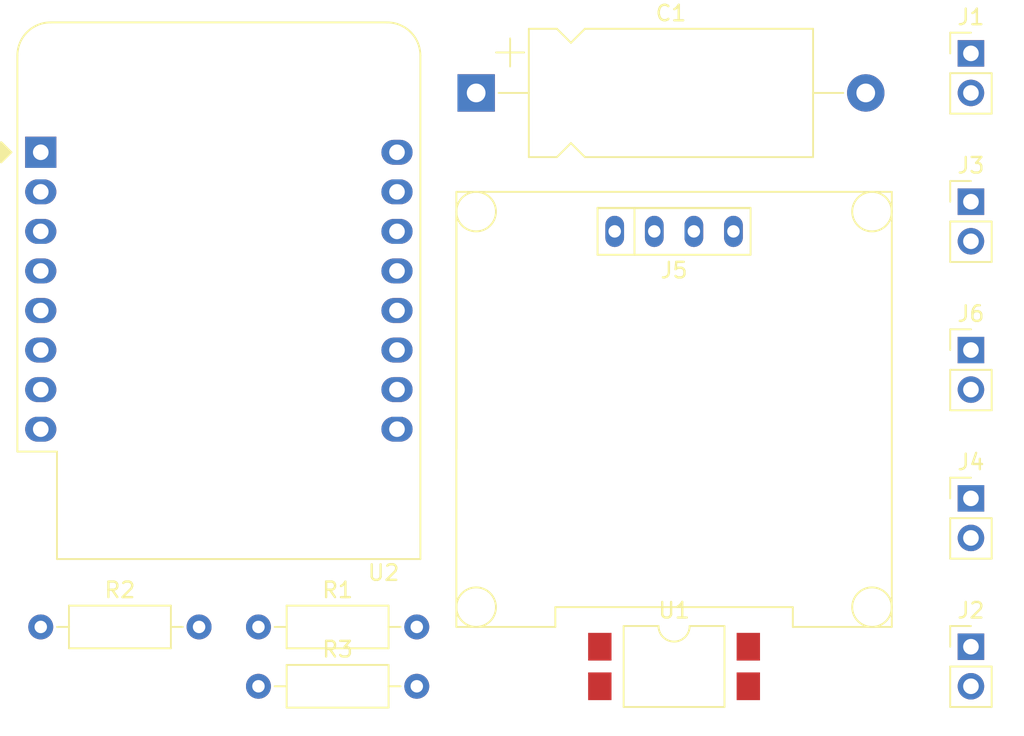
<source format=kicad_pcb>
(kicad_pcb (version 20171130) (host pcbnew "(5.1.8)-1")

  (general
    (thickness 1.6)
    (drawings 0)
    (tracks 0)
    (zones 0)
    (modules 12)
    (nets 20)
  )

  (page A4)
  (layers
    (0 F.Cu signal)
    (31 B.Cu signal)
    (32 B.Adhes user)
    (33 F.Adhes user)
    (34 B.Paste user)
    (35 F.Paste user)
    (36 B.SilkS user)
    (37 F.SilkS user)
    (38 B.Mask user)
    (39 F.Mask user)
    (40 Dwgs.User user)
    (41 Cmts.User user)
    (42 Eco1.User user)
    (43 Eco2.User user)
    (44 Edge.Cuts user)
    (45 Margin user)
    (46 B.CrtYd user)
    (47 F.CrtYd user)
    (48 B.Fab user)
    (49 F.Fab user)
  )

  (setup
    (last_trace_width 0.25)
    (trace_clearance 0.2)
    (zone_clearance 0.508)
    (zone_45_only no)
    (trace_min 0.2)
    (via_size 0.8)
    (via_drill 0.4)
    (via_min_size 0.4)
    (via_min_drill 0.3)
    (uvia_size 0.3)
    (uvia_drill 0.1)
    (uvias_allowed no)
    (uvia_min_size 0.2)
    (uvia_min_drill 0.1)
    (edge_width 0.05)
    (segment_width 0.2)
    (pcb_text_width 0.3)
    (pcb_text_size 1.5 1.5)
    (mod_edge_width 0.12)
    (mod_text_size 1 1)
    (mod_text_width 0.15)
    (pad_size 1.524 1.524)
    (pad_drill 0.762)
    (pad_to_mask_clearance 0)
    (aux_axis_origin 0 0)
    (visible_elements 7FFFFFFF)
    (pcbplotparams
      (layerselection 0x010fc_ffffffff)
      (usegerberextensions false)
      (usegerberattributes true)
      (usegerberadvancedattributes true)
      (creategerberjobfile true)
      (excludeedgelayer true)
      (linewidth 0.100000)
      (plotframeref false)
      (viasonmask false)
      (mode 1)
      (useauxorigin false)
      (hpglpennumber 1)
      (hpglpenspeed 20)
      (hpglpendiameter 15.000000)
      (psnegative false)
      (psa4output false)
      (plotreference true)
      (plotvalue true)
      (plotinvisibletext false)
      (padsonsilk false)
      (subtractmaskfromsilk false)
      (outputformat 1)
      (mirror false)
      (drillshape 1)
      (scaleselection 1)
      (outputdirectory ""))
  )

  (net 0 "")
  (net 1 SDA)
  (net 2 SCL)
  (net 3 0V)
  (net 4 VCC)
  (net 5 "Net-(R3-Pad2)")
  (net 6 "Net-(C1-Pad2)")
  (net 7 "Net-(J1-Pad2)")
  (net 8 "Net-(J2-Pad2)")
  (net 9 "Net-(J2-Pad1)")
  (net 10 "Net-(J3-Pad2)")
  (net 11 "Net-(J6-Pad2)")
  (net 12 "Net-(R1-Pad1)")
  (net 13 "Net-(R2-Pad2)")
  (net 14 "Net-(U2-Pad16)")
  (net 15 "Net-(U2-Pad15)")
  (net 16 "Net-(U2-Pad11)")
  (net 17 "Net-(U2-Pad9)")
  (net 18 "Net-(U2-Pad1)")
  (net 19 "Net-(U2-Pad7)")

  (net_class Default "This is the default net class."
    (clearance 0.2)
    (trace_width 0.25)
    (via_dia 0.8)
    (via_drill 0.4)
    (uvia_dia 0.3)
    (uvia_drill 0.1)
    (add_net 0V)
    (add_net "Net-(C1-Pad2)")
    (add_net "Net-(J1-Pad2)")
    (add_net "Net-(J2-Pad1)")
    (add_net "Net-(J2-Pad2)")
    (add_net "Net-(J3-Pad2)")
    (add_net "Net-(J6-Pad2)")
    (add_net "Net-(R1-Pad1)")
    (add_net "Net-(R2-Pad2)")
    (add_net "Net-(R3-Pad2)")
    (add_net "Net-(U2-Pad1)")
    (add_net "Net-(U2-Pad11)")
    (add_net "Net-(U2-Pad15)")
    (add_net "Net-(U2-Pad16)")
    (add_net "Net-(U2-Pad7)")
    (add_net "Net-(U2-Pad9)")
    (add_net SCL)
    (add_net SDA)
    (add_net VCC)
  )

  (module Connector_PinHeader_2.54mm:PinHeader_1x02_P2.54mm_Vertical (layer F.Cu) (tedit 59FED5CC) (tstamp 5FCAE591)
    (at 196.85 87.63)
    (descr "Through hole straight pin header, 1x02, 2.54mm pitch, single row")
    (tags "Through hole pin header THT 1x02 2.54mm single row")
    (path /5FCAD71A)
    (fp_text reference J6 (at 0 -2.33) (layer F.SilkS)
      (effects (font (size 1 1) (thickness 0.15)))
    )
    (fp_text value Forcé (at 0 4.87) (layer F.Fab)
      (effects (font (size 1 1) (thickness 0.15)))
    )
    (fp_line (start 1.8 -1.8) (end -1.8 -1.8) (layer F.CrtYd) (width 0.05))
    (fp_line (start 1.8 4.35) (end 1.8 -1.8) (layer F.CrtYd) (width 0.05))
    (fp_line (start -1.8 4.35) (end 1.8 4.35) (layer F.CrtYd) (width 0.05))
    (fp_line (start -1.8 -1.8) (end -1.8 4.35) (layer F.CrtYd) (width 0.05))
    (fp_line (start -1.33 -1.33) (end 0 -1.33) (layer F.SilkS) (width 0.12))
    (fp_line (start -1.33 0) (end -1.33 -1.33) (layer F.SilkS) (width 0.12))
    (fp_line (start -1.33 1.27) (end 1.33 1.27) (layer F.SilkS) (width 0.12))
    (fp_line (start 1.33 1.27) (end 1.33 3.87) (layer F.SilkS) (width 0.12))
    (fp_line (start -1.33 1.27) (end -1.33 3.87) (layer F.SilkS) (width 0.12))
    (fp_line (start -1.33 3.87) (end 1.33 3.87) (layer F.SilkS) (width 0.12))
    (fp_line (start -1.27 -0.635) (end -0.635 -1.27) (layer F.Fab) (width 0.1))
    (fp_line (start -1.27 3.81) (end -1.27 -0.635) (layer F.Fab) (width 0.1))
    (fp_line (start 1.27 3.81) (end -1.27 3.81) (layer F.Fab) (width 0.1))
    (fp_line (start 1.27 -1.27) (end 1.27 3.81) (layer F.Fab) (width 0.1))
    (fp_line (start -0.635 -1.27) (end 1.27 -1.27) (layer F.Fab) (width 0.1))
    (fp_text user %R (at 0 1.27 90) (layer F.Fab)
      (effects (font (size 1 1) (thickness 0.15)))
    )
    (pad 2 thru_hole oval (at 0 2.54) (size 1.7 1.7) (drill 1) (layers *.Cu *.Mask)
      (net 11 "Net-(J6-Pad2)"))
    (pad 1 thru_hole rect (at 0 0) (size 1.7 1.7) (drill 1) (layers *.Cu *.Mask)
      (net 3 0V))
    (model ${KISYS3DMOD}/Connector_PinHeader_2.54mm.3dshapes/PinHeader_1x02_P2.54mm_Vertical.wrl
      (at (xyz 0 0 0))
      (scale (xyz 1 1 1))
      (rotate (xyz 0 0 0))
    )
  )

  (module Connector_PinHeader_2.54mm:PinHeader_1x02_P2.54mm_Vertical (layer F.Cu) (tedit 59FED5CC) (tstamp 5FCAE548)
    (at 196.85 78.105)
    (descr "Through hole straight pin header, 1x02, 2.54mm pitch, single row")
    (tags "Through hole pin header THT 1x02 2.54mm single row")
    (path /5FCB4708)
    (fp_text reference J3 (at 0 -2.33) (layer F.SilkS)
      (effects (font (size 1 1) (thickness 0.15)))
    )
    (fp_text value Down (at 0 4.87) (layer F.Fab)
      (effects (font (size 1 1) (thickness 0.15)))
    )
    (fp_line (start 1.8 -1.8) (end -1.8 -1.8) (layer F.CrtYd) (width 0.05))
    (fp_line (start 1.8 4.35) (end 1.8 -1.8) (layer F.CrtYd) (width 0.05))
    (fp_line (start -1.8 4.35) (end 1.8 4.35) (layer F.CrtYd) (width 0.05))
    (fp_line (start -1.8 -1.8) (end -1.8 4.35) (layer F.CrtYd) (width 0.05))
    (fp_line (start -1.33 -1.33) (end 0 -1.33) (layer F.SilkS) (width 0.12))
    (fp_line (start -1.33 0) (end -1.33 -1.33) (layer F.SilkS) (width 0.12))
    (fp_line (start -1.33 1.27) (end 1.33 1.27) (layer F.SilkS) (width 0.12))
    (fp_line (start 1.33 1.27) (end 1.33 3.87) (layer F.SilkS) (width 0.12))
    (fp_line (start -1.33 1.27) (end -1.33 3.87) (layer F.SilkS) (width 0.12))
    (fp_line (start -1.33 3.87) (end 1.33 3.87) (layer F.SilkS) (width 0.12))
    (fp_line (start -1.27 -0.635) (end -0.635 -1.27) (layer F.Fab) (width 0.1))
    (fp_line (start -1.27 3.81) (end -1.27 -0.635) (layer F.Fab) (width 0.1))
    (fp_line (start 1.27 3.81) (end -1.27 3.81) (layer F.Fab) (width 0.1))
    (fp_line (start 1.27 -1.27) (end 1.27 3.81) (layer F.Fab) (width 0.1))
    (fp_line (start -0.635 -1.27) (end 1.27 -1.27) (layer F.Fab) (width 0.1))
    (fp_text user %R (at 0 1.27 90) (layer F.Fab)
      (effects (font (size 1 1) (thickness 0.15)))
    )
    (pad 2 thru_hole oval (at 0 2.54) (size 1.7 1.7) (drill 1) (layers *.Cu *.Mask)
      (net 10 "Net-(J3-Pad2)"))
    (pad 1 thru_hole rect (at 0 0) (size 1.7 1.7) (drill 1) (layers *.Cu *.Mask)
      (net 3 0V))
    (model ${KISYS3DMOD}/Connector_PinHeader_2.54mm.3dshapes/PinHeader_1x02_P2.54mm_Vertical.wrl
      (at (xyz 0 0 0))
      (scale (xyz 1 1 1))
      (rotate (xyz 0 0 0))
    )
  )

  (module Connector_PinHeader_2.54mm:PinHeader_1x02_P2.54mm_Vertical (layer F.Cu) (tedit 59FED5CC) (tstamp 5FCAE51D)
    (at 196.85 68.58)
    (descr "Through hole straight pin header, 1x02, 2.54mm pitch, single row")
    (tags "Through hole pin header THT 1x02 2.54mm single row")
    (path /5FCB16E3)
    (fp_text reference J1 (at 0 -2.33) (layer F.SilkS)
      (effects (font (size 1 1) (thickness 0.15)))
    )
    (fp_text value UP (at 0 4.87) (layer F.Fab)
      (effects (font (size 1 1) (thickness 0.15)))
    )
    (fp_line (start 1.8 -1.8) (end -1.8 -1.8) (layer F.CrtYd) (width 0.05))
    (fp_line (start 1.8 4.35) (end 1.8 -1.8) (layer F.CrtYd) (width 0.05))
    (fp_line (start -1.8 4.35) (end 1.8 4.35) (layer F.CrtYd) (width 0.05))
    (fp_line (start -1.8 -1.8) (end -1.8 4.35) (layer F.CrtYd) (width 0.05))
    (fp_line (start -1.33 -1.33) (end 0 -1.33) (layer F.SilkS) (width 0.12))
    (fp_line (start -1.33 0) (end -1.33 -1.33) (layer F.SilkS) (width 0.12))
    (fp_line (start -1.33 1.27) (end 1.33 1.27) (layer F.SilkS) (width 0.12))
    (fp_line (start 1.33 1.27) (end 1.33 3.87) (layer F.SilkS) (width 0.12))
    (fp_line (start -1.33 1.27) (end -1.33 3.87) (layer F.SilkS) (width 0.12))
    (fp_line (start -1.33 3.87) (end 1.33 3.87) (layer F.SilkS) (width 0.12))
    (fp_line (start -1.27 -0.635) (end -0.635 -1.27) (layer F.Fab) (width 0.1))
    (fp_line (start -1.27 3.81) (end -1.27 -0.635) (layer F.Fab) (width 0.1))
    (fp_line (start 1.27 3.81) (end -1.27 3.81) (layer F.Fab) (width 0.1))
    (fp_line (start 1.27 -1.27) (end 1.27 3.81) (layer F.Fab) (width 0.1))
    (fp_line (start -0.635 -1.27) (end 1.27 -1.27) (layer F.Fab) (width 0.1))
    (fp_text user %R (at 0 1.27 90) (layer F.Fab)
      (effects (font (size 1 1) (thickness 0.15)))
    )
    (pad 2 thru_hole oval (at 0 2.54) (size 1.7 1.7) (drill 1) (layers *.Cu *.Mask)
      (net 7 "Net-(J1-Pad2)"))
    (pad 1 thru_hole rect (at 0 0) (size 1.7 1.7) (drill 1) (layers *.Cu *.Mask)
      (net 3 0V))
    (model ${KISYS3DMOD}/Connector_PinHeader_2.54mm.3dshapes/PinHeader_1x02_P2.54mm_Vertical.wrl
      (at (xyz 0 0 0))
      (scale (xyz 1 1 1))
      (rotate (xyz 0 0 0))
    )
  )

  (module Connector_PinHeader_2.54mm:PinHeader_1x02_P2.54mm_Vertical (layer F.Cu) (tedit 59FED5CC) (tstamp 5FC344C3)
    (at 196.85 106.68)
    (descr "Through hole straight pin header, 1x02, 2.54mm pitch, single row")
    (tags "Through hole pin header THT 1x02 2.54mm single row")
    (path /5FC397BD)
    (fp_text reference J2 (at 0 -2.33) (layer F.SilkS)
      (effects (font (size 1 1) (thickness 0.15)))
    )
    (fp_text value Teleinfo (at 0 4.87) (layer F.Fab)
      (effects (font (size 1 1) (thickness 0.15)))
    )
    (fp_line (start 1.8 -1.8) (end -1.8 -1.8) (layer F.CrtYd) (width 0.05))
    (fp_line (start 1.8 4.35) (end 1.8 -1.8) (layer F.CrtYd) (width 0.05))
    (fp_line (start -1.8 4.35) (end 1.8 4.35) (layer F.CrtYd) (width 0.05))
    (fp_line (start -1.8 -1.8) (end -1.8 4.35) (layer F.CrtYd) (width 0.05))
    (fp_line (start -1.33 -1.33) (end 0 -1.33) (layer F.SilkS) (width 0.12))
    (fp_line (start -1.33 0) (end -1.33 -1.33) (layer F.SilkS) (width 0.12))
    (fp_line (start -1.33 1.27) (end 1.33 1.27) (layer F.SilkS) (width 0.12))
    (fp_line (start 1.33 1.27) (end 1.33 3.87) (layer F.SilkS) (width 0.12))
    (fp_line (start -1.33 1.27) (end -1.33 3.87) (layer F.SilkS) (width 0.12))
    (fp_line (start -1.33 3.87) (end 1.33 3.87) (layer F.SilkS) (width 0.12))
    (fp_line (start -1.27 -0.635) (end -0.635 -1.27) (layer F.Fab) (width 0.1))
    (fp_line (start -1.27 3.81) (end -1.27 -0.635) (layer F.Fab) (width 0.1))
    (fp_line (start 1.27 3.81) (end -1.27 3.81) (layer F.Fab) (width 0.1))
    (fp_line (start 1.27 -1.27) (end 1.27 3.81) (layer F.Fab) (width 0.1))
    (fp_line (start -0.635 -1.27) (end 1.27 -1.27) (layer F.Fab) (width 0.1))
    (fp_text user %R (at 0 1.27 90) (layer F.Fab)
      (effects (font (size 1 1) (thickness 0.15)))
    )
    (pad 2 thru_hole oval (at 0 2.54) (size 1.7 1.7) (drill 1) (layers *.Cu *.Mask)
      (net 8 "Net-(J2-Pad2)"))
    (pad 1 thru_hole rect (at 0 0) (size 1.7 1.7) (drill 1) (layers *.Cu *.Mask)
      (net 9 "Net-(J2-Pad1)"))
    (model ${KISYS3DMOD}/Connector_PinHeader_2.54mm.3dshapes/PinHeader_1x02_P2.54mm_Vertical.wrl
      (at (xyz 0 0 0))
      (scale (xyz 1 1 1))
      (rotate (xyz 0 0 0))
    )
  )

  (module Connector_PinHeader_2.54mm:PinHeader_1x02_P2.54mm_Vertical (layer F.Cu) (tedit 59FED5CC) (tstamp 5FC344F6)
    (at 196.85 97.155)
    (descr "Through hole straight pin header, 1x02, 2.54mm pitch, single row")
    (tags "Through hole pin header THT 1x02 2.54mm single row")
    (path /5FC42E52)
    (fp_text reference J4 (at 0 -2.33) (layer F.SilkS)
      (effects (font (size 1 1) (thickness 0.15)))
    )
    (fp_text value LED/LDR (at 0 4.87) (layer F.Fab)
      (effects (font (size 1 1) (thickness 0.15)))
    )
    (fp_line (start 1.8 -1.8) (end -1.8 -1.8) (layer F.CrtYd) (width 0.05))
    (fp_line (start 1.8 4.35) (end 1.8 -1.8) (layer F.CrtYd) (width 0.05))
    (fp_line (start -1.8 4.35) (end 1.8 4.35) (layer F.CrtYd) (width 0.05))
    (fp_line (start -1.8 -1.8) (end -1.8 4.35) (layer F.CrtYd) (width 0.05))
    (fp_line (start -1.33 -1.33) (end 0 -1.33) (layer F.SilkS) (width 0.12))
    (fp_line (start -1.33 0) (end -1.33 -1.33) (layer F.SilkS) (width 0.12))
    (fp_line (start -1.33 1.27) (end 1.33 1.27) (layer F.SilkS) (width 0.12))
    (fp_line (start 1.33 1.27) (end 1.33 3.87) (layer F.SilkS) (width 0.12))
    (fp_line (start -1.33 1.27) (end -1.33 3.87) (layer F.SilkS) (width 0.12))
    (fp_line (start -1.33 3.87) (end 1.33 3.87) (layer F.SilkS) (width 0.12))
    (fp_line (start -1.27 -0.635) (end -0.635 -1.27) (layer F.Fab) (width 0.1))
    (fp_line (start -1.27 3.81) (end -1.27 -0.635) (layer F.Fab) (width 0.1))
    (fp_line (start 1.27 3.81) (end -1.27 3.81) (layer F.Fab) (width 0.1))
    (fp_line (start 1.27 -1.27) (end 1.27 3.81) (layer F.Fab) (width 0.1))
    (fp_line (start -0.635 -1.27) (end 1.27 -1.27) (layer F.Fab) (width 0.1))
    (fp_text user %R (at 0 1.27 90) (layer F.Fab)
      (effects (font (size 1 1) (thickness 0.15)))
    )
    (pad 2 thru_hole oval (at 0 2.54) (size 1.7 1.7) (drill 1) (layers *.Cu *.Mask)
      (net 4 VCC))
    (pad 1 thru_hole rect (at 0 0) (size 1.7 1.7) (drill 1) (layers *.Cu *.Mask)
      (net 6 "Net-(C1-Pad2)"))
    (model ${KISYS3DMOD}/Connector_PinHeader_2.54mm.3dshapes/PinHeader_1x02_P2.54mm_Vertical.wrl
      (at (xyz 0 0 0))
      (scale (xyz 1 1 1))
      (rotate (xyz 0 0 0))
    )
  )

  (module Resistor_THT:R_Axial_DIN0207_L6.3mm_D2.5mm_P10.16mm_Horizontal (layer F.Cu) (tedit 5AE5139B) (tstamp 5FC34577)
    (at 137.16 105.41)
    (descr "Resistor, Axial_DIN0207 series, Axial, Horizontal, pin pitch=10.16mm, 0.25W = 1/4W, length*diameter=6.3*2.5mm^2, http://cdn-reichelt.de/documents/datenblatt/B400/1_4W%23YAG.pdf")
    (tags "Resistor Axial_DIN0207 series Axial Horizontal pin pitch 10.16mm 0.25W = 1/4W length 6.3mm diameter 2.5mm")
    (path /5FC325B1)
    (fp_text reference R2 (at 5.08 -2.37) (layer F.SilkS)
      (effects (font (size 1 1) (thickness 0.15)))
    )
    (fp_text value 200 (at 5.08 2.37) (layer F.Fab)
      (effects (font (size 1 1) (thickness 0.15)))
    )
    (fp_line (start 1.93 -1.25) (end 1.93 1.25) (layer F.Fab) (width 0.1))
    (fp_line (start 1.93 1.25) (end 8.23 1.25) (layer F.Fab) (width 0.1))
    (fp_line (start 8.23 1.25) (end 8.23 -1.25) (layer F.Fab) (width 0.1))
    (fp_line (start 8.23 -1.25) (end 1.93 -1.25) (layer F.Fab) (width 0.1))
    (fp_line (start 0 0) (end 1.93 0) (layer F.Fab) (width 0.1))
    (fp_line (start 10.16 0) (end 8.23 0) (layer F.Fab) (width 0.1))
    (fp_line (start 1.81 -1.37) (end 1.81 1.37) (layer F.SilkS) (width 0.12))
    (fp_line (start 1.81 1.37) (end 8.35 1.37) (layer F.SilkS) (width 0.12))
    (fp_line (start 8.35 1.37) (end 8.35 -1.37) (layer F.SilkS) (width 0.12))
    (fp_line (start 8.35 -1.37) (end 1.81 -1.37) (layer F.SilkS) (width 0.12))
    (fp_line (start 1.04 0) (end 1.81 0) (layer F.SilkS) (width 0.12))
    (fp_line (start 9.12 0) (end 8.35 0) (layer F.SilkS) (width 0.12))
    (fp_line (start -1.05 -1.5) (end -1.05 1.5) (layer F.CrtYd) (width 0.05))
    (fp_line (start -1.05 1.5) (end 11.21 1.5) (layer F.CrtYd) (width 0.05))
    (fp_line (start 11.21 1.5) (end 11.21 -1.5) (layer F.CrtYd) (width 0.05))
    (fp_line (start 11.21 -1.5) (end -1.05 -1.5) (layer F.CrtYd) (width 0.05))
    (fp_text user %R (at 5.08 0) (layer F.Fab)
      (effects (font (size 1 1) (thickness 0.15)))
    )
    (pad 2 thru_hole oval (at 10.16 0) (size 1.6 1.6) (drill 0.8) (layers *.Cu *.Mask)
      (net 13 "Net-(R2-Pad2)"))
    (pad 1 thru_hole circle (at 0 0) (size 1.6 1.6) (drill 0.8) (layers *.Cu *.Mask)
      (net 6 "Net-(C1-Pad2)"))
    (model ${KISYS3DMOD}/Resistor_THT.3dshapes/R_Axial_DIN0207_L6.3mm_D2.5mm_P10.16mm_Horizontal.wrl
      (at (xyz 0 0 0))
      (scale (xyz 1 1 1))
      (rotate (xyz 0 0 0))
    )
  )

  (module Resistor_THT:R_Axial_DIN0207_L6.3mm_D2.5mm_P10.16mm_Horizontal (layer F.Cu) (tedit 5AE5139B) (tstamp 5FC34560)
    (at 151.13 105.41)
    (descr "Resistor, Axial_DIN0207 series, Axial, Horizontal, pin pitch=10.16mm, 0.25W = 1/4W, length*diameter=6.3*2.5mm^2, http://cdn-reichelt.de/documents/datenblatt/B400/1_4W%23YAG.pdf")
    (tags "Resistor Axial_DIN0207 series Axial Horizontal pin pitch 10.16mm 0.25W = 1/4W length 6.3mm diameter 2.5mm")
    (path /5FC31258)
    (fp_text reference R1 (at 5.08 -2.37) (layer F.SilkS)
      (effects (font (size 1 1) (thickness 0.15)))
    )
    (fp_text value 200 (at 5.08 2.37) (layer F.Fab)
      (effects (font (size 1 1) (thickness 0.15)))
    )
    (fp_line (start 1.93 -1.25) (end 1.93 1.25) (layer F.Fab) (width 0.1))
    (fp_line (start 1.93 1.25) (end 8.23 1.25) (layer F.Fab) (width 0.1))
    (fp_line (start 8.23 1.25) (end 8.23 -1.25) (layer F.Fab) (width 0.1))
    (fp_line (start 8.23 -1.25) (end 1.93 -1.25) (layer F.Fab) (width 0.1))
    (fp_line (start 0 0) (end 1.93 0) (layer F.Fab) (width 0.1))
    (fp_line (start 10.16 0) (end 8.23 0) (layer F.Fab) (width 0.1))
    (fp_line (start 1.81 -1.37) (end 1.81 1.37) (layer F.SilkS) (width 0.12))
    (fp_line (start 1.81 1.37) (end 8.35 1.37) (layer F.SilkS) (width 0.12))
    (fp_line (start 8.35 1.37) (end 8.35 -1.37) (layer F.SilkS) (width 0.12))
    (fp_line (start 8.35 -1.37) (end 1.81 -1.37) (layer F.SilkS) (width 0.12))
    (fp_line (start 1.04 0) (end 1.81 0) (layer F.SilkS) (width 0.12))
    (fp_line (start 9.12 0) (end 8.35 0) (layer F.SilkS) (width 0.12))
    (fp_line (start -1.05 -1.5) (end -1.05 1.5) (layer F.CrtYd) (width 0.05))
    (fp_line (start -1.05 1.5) (end 11.21 1.5) (layer F.CrtYd) (width 0.05))
    (fp_line (start 11.21 1.5) (end 11.21 -1.5) (layer F.CrtYd) (width 0.05))
    (fp_line (start 11.21 -1.5) (end -1.05 -1.5) (layer F.CrtYd) (width 0.05))
    (fp_text user %R (at 5.08 0) (layer F.Fab)
      (effects (font (size 1 1) (thickness 0.15)))
    )
    (pad 2 thru_hole oval (at 10.16 0) (size 1.6 1.6) (drill 0.8) (layers *.Cu *.Mask)
      (net 9 "Net-(J2-Pad1)"))
    (pad 1 thru_hole circle (at 0 0) (size 1.6 1.6) (drill 0.8) (layers *.Cu *.Mask)
      (net 12 "Net-(R1-Pad1)"))
    (model ${KISYS3DMOD}/Resistor_THT.3dshapes/R_Axial_DIN0207_L6.3mm_D2.5mm_P10.16mm_Horizontal.wrl
      (at (xyz 0 0 0))
      (scale (xyz 1 1 1))
      (rotate (xyz 0 0 0))
    )
  )

  (module Resistor_THT:R_Axial_DIN0207_L6.3mm_D2.5mm_P10.16mm_Horizontal (layer F.Cu) (tedit 5AE5139B) (tstamp 5FC34549)
    (at 151.13 109.22)
    (descr "Resistor, Axial_DIN0207 series, Axial, Horizontal, pin pitch=10.16mm, 0.25W = 1/4W, length*diameter=6.3*2.5mm^2, http://cdn-reichelt.de/documents/datenblatt/B400/1_4W%23YAG.pdf")
    (tags "Resistor Axial_DIN0207 series Axial Horizontal pin pitch 10.16mm 0.25W = 1/4W length 6.3mm diameter 2.5mm")
    (path /5FC30EA7)
    (fp_text reference R3 (at 5.08 -2.37) (layer F.SilkS)
      (effects (font (size 1 1) (thickness 0.15)))
    )
    (fp_text value 10K (at 5.08 2.37) (layer F.Fab)
      (effects (font (size 1 1) (thickness 0.15)))
    )
    (fp_line (start 1.93 -1.25) (end 1.93 1.25) (layer F.Fab) (width 0.1))
    (fp_line (start 1.93 1.25) (end 8.23 1.25) (layer F.Fab) (width 0.1))
    (fp_line (start 8.23 1.25) (end 8.23 -1.25) (layer F.Fab) (width 0.1))
    (fp_line (start 8.23 -1.25) (end 1.93 -1.25) (layer F.Fab) (width 0.1))
    (fp_line (start 0 0) (end 1.93 0) (layer F.Fab) (width 0.1))
    (fp_line (start 10.16 0) (end 8.23 0) (layer F.Fab) (width 0.1))
    (fp_line (start 1.81 -1.37) (end 1.81 1.37) (layer F.SilkS) (width 0.12))
    (fp_line (start 1.81 1.37) (end 8.35 1.37) (layer F.SilkS) (width 0.12))
    (fp_line (start 8.35 1.37) (end 8.35 -1.37) (layer F.SilkS) (width 0.12))
    (fp_line (start 8.35 -1.37) (end 1.81 -1.37) (layer F.SilkS) (width 0.12))
    (fp_line (start 1.04 0) (end 1.81 0) (layer F.SilkS) (width 0.12))
    (fp_line (start 9.12 0) (end 8.35 0) (layer F.SilkS) (width 0.12))
    (fp_line (start -1.05 -1.5) (end -1.05 1.5) (layer F.CrtYd) (width 0.05))
    (fp_line (start -1.05 1.5) (end 11.21 1.5) (layer F.CrtYd) (width 0.05))
    (fp_line (start 11.21 1.5) (end 11.21 -1.5) (layer F.CrtYd) (width 0.05))
    (fp_line (start 11.21 -1.5) (end -1.05 -1.5) (layer F.CrtYd) (width 0.05))
    (fp_text user %R (at 5.08 0) (layer F.Fab)
      (effects (font (size 1 1) (thickness 0.15)))
    )
    (pad 2 thru_hole oval (at 10.16 0) (size 1.6 1.6) (drill 0.8) (layers *.Cu *.Mask)
      (net 5 "Net-(R3-Pad2)"))
    (pad 1 thru_hole circle (at 0 0) (size 1.6 1.6) (drill 0.8) (layers *.Cu *.Mask)
      (net 4 VCC))
    (model ${KISYS3DMOD}/Resistor_THT.3dshapes/R_Axial_DIN0207_L6.3mm_D2.5mm_P10.16mm_Horizontal.wrl
      (at (xyz 0 0 0))
      (scale (xyz 1 1 1))
      (rotate (xyz 0 0 0))
    )
  )

  (module Capacitor_THT:CP_Axial_L18.0mm_D8.0mm_P25.00mm_Horizontal (layer F.Cu) (tedit 5AE50EF2) (tstamp 5FC34490)
    (at 165.1 71.12)
    (descr "CP, Axial series, Axial, Horizontal, pin pitch=25mm, , length*diameter=18*8mm^2, Electrolytic Capacitor, , http://www.vishay.com/docs/28325/021asm.pdf")
    (tags "CP Axial series Axial Horizontal pin pitch 25mm  length 18mm diameter 8mm Electrolytic Capacitor")
    (path /5FC2F742)
    (fp_text reference C1 (at 12.5 -5.12) (layer F.SilkS)
      (effects (font (size 1 1) (thickness 0.15)))
    )
    (fp_text value CP (at 12.5 5.12) (layer F.Fab)
      (effects (font (size 1 1) (thickness 0.15)))
    )
    (fp_line (start 3.5 -4) (end 3.5 4) (layer F.Fab) (width 0.1))
    (fp_line (start 21.5 -4) (end 21.5 4) (layer F.Fab) (width 0.1))
    (fp_line (start 3.5 -4) (end 5.18 -4) (layer F.Fab) (width 0.1))
    (fp_line (start 5.18 -4) (end 6.08 -3.1) (layer F.Fab) (width 0.1))
    (fp_line (start 6.08 -3.1) (end 6.98 -4) (layer F.Fab) (width 0.1))
    (fp_line (start 6.98 -4) (end 21.5 -4) (layer F.Fab) (width 0.1))
    (fp_line (start 3.5 4) (end 5.18 4) (layer F.Fab) (width 0.1))
    (fp_line (start 5.18 4) (end 6.08 3.1) (layer F.Fab) (width 0.1))
    (fp_line (start 6.08 3.1) (end 6.98 4) (layer F.Fab) (width 0.1))
    (fp_line (start 6.98 4) (end 21.5 4) (layer F.Fab) (width 0.1))
    (fp_line (start 0 0) (end 3.5 0) (layer F.Fab) (width 0.1))
    (fp_line (start 25 0) (end 21.5 0) (layer F.Fab) (width 0.1))
    (fp_line (start 5.2 0) (end 7 0) (layer F.Fab) (width 0.1))
    (fp_line (start 6.1 -0.9) (end 6.1 0.9) (layer F.Fab) (width 0.1))
    (fp_line (start 1.28 -2.6) (end 3.08 -2.6) (layer F.SilkS) (width 0.12))
    (fp_line (start 2.18 -3.5) (end 2.18 -1.7) (layer F.SilkS) (width 0.12))
    (fp_line (start 3.38 -4.12) (end 3.38 4.12) (layer F.SilkS) (width 0.12))
    (fp_line (start 21.62 -4.12) (end 21.62 4.12) (layer F.SilkS) (width 0.12))
    (fp_line (start 3.38 -4.12) (end 5.18 -4.12) (layer F.SilkS) (width 0.12))
    (fp_line (start 5.18 -4.12) (end 6.08 -3.22) (layer F.SilkS) (width 0.12))
    (fp_line (start 6.08 -3.22) (end 6.98 -4.12) (layer F.SilkS) (width 0.12))
    (fp_line (start 6.98 -4.12) (end 21.62 -4.12) (layer F.SilkS) (width 0.12))
    (fp_line (start 3.38 4.12) (end 5.18 4.12) (layer F.SilkS) (width 0.12))
    (fp_line (start 5.18 4.12) (end 6.08 3.22) (layer F.SilkS) (width 0.12))
    (fp_line (start 6.08 3.22) (end 6.98 4.12) (layer F.SilkS) (width 0.12))
    (fp_line (start 6.98 4.12) (end 21.62 4.12) (layer F.SilkS) (width 0.12))
    (fp_line (start 1.44 0) (end 3.38 0) (layer F.SilkS) (width 0.12))
    (fp_line (start 23.56 0) (end 21.62 0) (layer F.SilkS) (width 0.12))
    (fp_line (start -1.45 -4.25) (end -1.45 4.25) (layer F.CrtYd) (width 0.05))
    (fp_line (start -1.45 4.25) (end 26.45 4.25) (layer F.CrtYd) (width 0.05))
    (fp_line (start 26.45 4.25) (end 26.45 -4.25) (layer F.CrtYd) (width 0.05))
    (fp_line (start 26.45 -4.25) (end -1.45 -4.25) (layer F.CrtYd) (width 0.05))
    (fp_text user %R (at 12.5 0) (layer F.Fab)
      (effects (font (size 1 1) (thickness 0.15)))
    )
    (pad 2 thru_hole oval (at 25 0) (size 2.4 2.4) (drill 1.2) (layers *.Cu *.Mask)
      (net 6 "Net-(C1-Pad2)"))
    (pad 1 thru_hole rect (at 0 0) (size 2.4 2.4) (drill 1.2) (layers *.Cu *.Mask)
      (net 4 VCC))
    (model ${KISYS3DMOD}/Capacitor_THT.3dshapes/CP_Axial_L18.0mm_D8.0mm_P25.00mm_Horizontal.wrl
      (at (xyz 0 0 0))
      (scale (xyz 1 1 1))
      (rotate (xyz 0 0 0))
    )
  )

  (module Package_DIP:SMDIP-4_W9.53mm_Clearance8mm (layer F.Cu) (tedit 5A02E8C5) (tstamp 5FC33A41)
    (at 177.8 107.95)
    (descr "4-lead surface-mounted (SMD) DIP package, row spacing 9.53 mm (375 mils), Clearance8mm")
    (tags "SMD DIP DIL PDIP SMDIP 2.54mm 9.53mm 375mil Clearance8mm")
    (path /5FC2E693)
    (attr smd)
    (fp_text reference U1 (at 0 -3.6) (layer F.SilkS)
      (effects (font (size 1 1) (thickness 0.15)))
    )
    (fp_text value SFH620A-2X007T (at 0 3.6) (layer F.Fab)
      (effects (font (size 1 1) (thickness 0.15)))
    )
    (fp_line (start -2.175 -2.54) (end 3.175 -2.54) (layer F.Fab) (width 0.1))
    (fp_line (start 3.175 -2.54) (end 3.175 2.54) (layer F.Fab) (width 0.1))
    (fp_line (start 3.175 2.54) (end -3.175 2.54) (layer F.Fab) (width 0.1))
    (fp_line (start -3.175 2.54) (end -3.175 -1.54) (layer F.Fab) (width 0.1))
    (fp_line (start -3.175 -1.54) (end -2.175 -2.54) (layer F.Fab) (width 0.1))
    (fp_line (start -1 -2.6) (end -3.235 -2.6) (layer F.SilkS) (width 0.12))
    (fp_line (start -3.235 -2.6) (end -3.235 2.6) (layer F.SilkS) (width 0.12))
    (fp_line (start -3.235 2.6) (end 3.235 2.6) (layer F.SilkS) (width 0.12))
    (fp_line (start 3.235 2.6) (end 3.235 -2.6) (layer F.SilkS) (width 0.12))
    (fp_line (start 3.235 -2.6) (end 1 -2.6) (layer F.SilkS) (width 0.12))
    (fp_line (start -5.8 -2.8) (end -5.8 2.8) (layer F.CrtYd) (width 0.05))
    (fp_line (start -5.8 2.8) (end 5.8 2.8) (layer F.CrtYd) (width 0.05))
    (fp_line (start 5.8 2.8) (end 5.8 -2.8) (layer F.CrtYd) (width 0.05))
    (fp_line (start 5.8 -2.8) (end -5.8 -2.8) (layer F.CrtYd) (width 0.05))
    (fp_text user %R (at 0 0) (layer F.Fab)
      (effects (font (size 1 1) (thickness 0.15)))
    )
    (fp_arc (start 0 -2.6) (end -1 -2.6) (angle -180) (layer F.SilkS) (width 0.12))
    (pad 4 smd rect (at 4.765 -1.27) (size 1.5 1.78) (layers F.Cu F.Paste F.Mask)
      (net 5 "Net-(R3-Pad2)"))
    (pad 2 smd rect (at -4.765 1.27) (size 1.5 1.78) (layers F.Cu F.Paste F.Mask)
      (net 8 "Net-(J2-Pad2)"))
    (pad 3 smd rect (at 4.765 1.27) (size 1.5 1.78) (layers F.Cu F.Paste F.Mask)
      (net 3 0V))
    (pad 1 smd rect (at -4.765 -1.27) (size 1.5 1.78) (layers F.Cu F.Paste F.Mask)
      (net 12 "Net-(R1-Pad1)"))
    (model ${KISYS3DMOD}/Package_DIP.3dshapes/SMDIP-4_W9.53mm.wrl
      (at (xyz 0 0 0))
      (scale (xyz 1 1 1))
      (rotate (xyz 0 0 0))
    )
  )

  (module Module:WEMOS_D1_mini_light (layer F.Cu) (tedit 5BBFB1CE) (tstamp 5FC33A29)
    (at 137.16 74.93)
    (descr "16-pin module, column spacing 22.86 mm (900 mils), https://wiki.wemos.cc/products:d1:d1_mini, https://c1.staticflickr.com/1/734/31400410271_f278b087db_z.jpg")
    (tags "ESP8266 WiFi microcontroller")
    (path /5FC2CC1B)
    (fp_text reference U2 (at 22 27) (layer F.SilkS)
      (effects (font (size 1 1) (thickness 0.15)))
    )
    (fp_text value WeMos_D1_mini (at 11.7 0) (layer F.Fab)
      (effects (font (size 1 1) (thickness 0.15)))
    )
    (fp_line (start 1.04 26.12) (end 24.36 26.12) (layer F.SilkS) (width 0.12))
    (fp_line (start -1.5 19.22) (end -1.5 -6.21) (layer F.SilkS) (width 0.12))
    (fp_line (start 24.36 26.12) (end 24.36 -6.21) (layer F.SilkS) (width 0.12))
    (fp_line (start 22.24 -8.34) (end 0.63 -8.34) (layer F.SilkS) (width 0.12))
    (fp_line (start 1.17 25.99) (end 24.23 25.99) (layer F.Fab) (width 0.1))
    (fp_line (start 24.23 25.99) (end 24.23 -6.21) (layer F.Fab) (width 0.1))
    (fp_line (start 22.23 -8.21) (end 0.63 -8.21) (layer F.Fab) (width 0.1))
    (fp_line (start -1.37 1) (end -1.37 19.09) (layer F.Fab) (width 0.1))
    (fp_line (start -1.62 -8.46) (end 24.48 -8.46) (layer F.CrtYd) (width 0.05))
    (fp_line (start 24.48 -8.41) (end 24.48 26.24) (layer F.CrtYd) (width 0.05))
    (fp_line (start 24.48 26.24) (end -1.62 26.24) (layer F.CrtYd) (width 0.05))
    (fp_line (start -1.62 26.24) (end -1.62 -8.46) (layer F.CrtYd) (width 0.05))
    (fp_poly (pts (xy -2.54 -0.635) (xy -2.54 0.635) (xy -1.905 0)) (layer F.SilkS) (width 0.15))
    (fp_line (start -1.35 -1.4) (end 24.25 -1.4) (layer Dwgs.User) (width 0.1))
    (fp_line (start 24.25 -1.4) (end 24.25 -8.2) (layer Dwgs.User) (width 0.1))
    (fp_line (start 24.25 -8.2) (end -1.35 -8.2) (layer Dwgs.User) (width 0.1))
    (fp_line (start -1.35 -8.2) (end -1.35 -1.4) (layer Dwgs.User) (width 0.1))
    (fp_line (start -1.35 -1.4) (end 5.45 -8.2) (layer Dwgs.User) (width 0.1))
    (fp_line (start 0.65 -1.4) (end 7.45 -8.2) (layer Dwgs.User) (width 0.1))
    (fp_line (start 2.65 -1.4) (end 9.45 -8.2) (layer Dwgs.User) (width 0.1))
    (fp_line (start 4.65 -1.4) (end 11.45 -8.2) (layer Dwgs.User) (width 0.1))
    (fp_line (start 6.65 -1.4) (end 13.45 -8.2) (layer Dwgs.User) (width 0.1))
    (fp_line (start 8.65 -1.4) (end 15.45 -8.2) (layer Dwgs.User) (width 0.1))
    (fp_line (start 10.65 -1.4) (end 17.45 -8.2) (layer Dwgs.User) (width 0.1))
    (fp_line (start 12.65 -1.4) (end 19.45 -8.2) (layer Dwgs.User) (width 0.1))
    (fp_line (start 14.65 -1.4) (end 21.45 -8.2) (layer Dwgs.User) (width 0.1))
    (fp_line (start 16.65 -1.4) (end 23.45 -8.2) (layer Dwgs.User) (width 0.1))
    (fp_line (start 18.65 -1.4) (end 24.25 -7) (layer Dwgs.User) (width 0.1))
    (fp_line (start 20.65 -1.4) (end 24.25 -5) (layer Dwgs.User) (width 0.1))
    (fp_line (start 22.65 -1.4) (end 24.25 -3) (layer Dwgs.User) (width 0.1))
    (fp_line (start -1.35 -3.4) (end 3.45 -8.2) (layer Dwgs.User) (width 0.1))
    (fp_line (start -1.3 -5.45) (end 1.45 -8.2) (layer Dwgs.User) (width 0.1))
    (fp_line (start -1.35 -7.4) (end -0.55 -8.2) (layer Dwgs.User) (width 0.1))
    (fp_line (start -1.37 19.09) (end 1.17 19.09) (layer F.Fab) (width 0.1))
    (fp_line (start 1.17 19.09) (end 1.17 25.99) (layer F.Fab) (width 0.1))
    (fp_line (start -1.37 -6.21) (end -1.37 -1) (layer F.Fab) (width 0.1))
    (fp_line (start -1.37 1) (end -0.37 0) (layer F.Fab) (width 0.1))
    (fp_line (start -0.37 0) (end -1.37 -1) (layer F.Fab) (width 0.1))
    (fp_line (start -1.5 19.22) (end 1.04 19.22) (layer F.SilkS) (width 0.12))
    (fp_line (start 1.04 19.22) (end 1.04 26.12) (layer F.SilkS) (width 0.12))
    (fp_text user "No copper" (at 11.43 -3.81) (layer Cmts.User)
      (effects (font (size 1 1) (thickness 0.15)))
    )
    (fp_text user "KEEP OUT" (at 11.43 -6.35) (layer Cmts.User)
      (effects (font (size 1 1) (thickness 0.15)))
    )
    (fp_arc (start 22.23 -6.21) (end 24.36 -6.21) (angle -90) (layer F.SilkS) (width 0.12))
    (fp_arc (start 0.63 -6.21) (end 0.63 -8.34) (angle -90) (layer F.SilkS) (width 0.12))
    (fp_arc (start 22.23 -6.21) (end 24.23 -6.19) (angle -90) (layer F.Fab) (width 0.1))
    (fp_arc (start 0.63 -6.21) (end 0.63 -8.21) (angle -90) (layer F.Fab) (width 0.1))
    (fp_text user %R (at 11.43 10) (layer F.Fab)
      (effects (font (size 1 1) (thickness 0.15)))
    )
    (pad 16 thru_hole oval (at 22.86 0) (size 2 1.6) (drill 1) (layers *.Cu *.Mask)
      (net 14 "Net-(U2-Pad16)"))
    (pad 15 thru_hole oval (at 22.86 2.54) (size 2 1.6) (drill 1) (layers *.Cu *.Mask)
      (net 15 "Net-(U2-Pad15)"))
    (pad 14 thru_hole oval (at 22.86 5.08) (size 2 1.6) (drill 1) (layers *.Cu *.Mask)
      (net 2 SCL))
    (pad 13 thru_hole oval (at 22.86 7.62) (size 2 1.6) (drill 1) (layers *.Cu *.Mask)
      (net 1 SDA))
    (pad 12 thru_hole oval (at 22.86 10.16) (size 2 1.6) (drill 1) (layers *.Cu *.Mask)
      (net 11 "Net-(J6-Pad2)"))
    (pad 11 thru_hole oval (at 22.86 12.7) (size 2 1.6) (drill 1) (layers *.Cu *.Mask)
      (net 16 "Net-(U2-Pad11)"))
    (pad 10 thru_hole oval (at 22.86 15.24) (size 2 1.6) (drill 1) (layers *.Cu *.Mask)
      (net 3 0V))
    (pad 9 thru_hole oval (at 22.86 17.78) (size 2 1.6) (drill 1) (layers *.Cu *.Mask)
      (net 17 "Net-(U2-Pad9)"))
    (pad 8 thru_hole oval (at 0 17.78) (size 2 1.6) (drill 1) (layers *.Cu *.Mask)
      (net 4 VCC))
    (pad 7 thru_hole oval (at 0 15.24) (size 2 1.6) (drill 1) (layers *.Cu *.Mask)
      (net 19 "Net-(U2-Pad7)"))
    (pad 6 thru_hole oval (at 0 12.7) (size 2 1.6) (drill 1) (layers *.Cu *.Mask)
      (net 5 "Net-(R3-Pad2)"))
    (pad 5 thru_hole oval (at 0 10.16) (size 2 1.6) (drill 1) (layers *.Cu *.Mask)
      (net 10 "Net-(J3-Pad2)"))
    (pad 4 thru_hole oval (at 0 7.62) (size 2 1.6) (drill 1) (layers *.Cu *.Mask)
      (net 7 "Net-(J1-Pad2)"))
    (pad 3 thru_hole oval (at 0 5.08) (size 2 1.6) (drill 1) (layers *.Cu *.Mask)
      (net 13 "Net-(R2-Pad2)"))
    (pad 1 thru_hole rect (at 0 0) (size 2 2) (drill 1) (layers *.Cu *.Mask)
      (net 18 "Net-(U2-Pad1)"))
    (pad 2 thru_hole oval (at 0 2.54) (size 2 1.6) (drill 1) (layers *.Cu *.Mask)
      (net 6 "Net-(C1-Pad2)"))
    (model ${KISYS3DMOD}/Module.3dshapes/WEMOS_D1_mini_light.wrl
      (at (xyz 0 0 0))
      (scale (xyz 1 1 1))
      (rotate (xyz 0 0 0))
    )
    (model ${KISYS3DMOD}/Connector_PinHeader_2.54mm.3dshapes/PinHeader_1x08_P2.54mm_Vertical.wrl
      (offset (xyz 0 0 9.5))
      (scale (xyz 1 1 1))
      (rotate (xyz 0 -180 0))
    )
    (model ${KISYS3DMOD}/Connector_PinHeader_2.54mm.3dshapes/PinHeader_1x08_P2.54mm_Vertical.wrl
      (offset (xyz 22.86 0 9.5))
      (scale (xyz 1 1 1))
      (rotate (xyz 0 -180 0))
    )
    (model ${KISYS3DMOD}/Connector_PinSocket_2.54mm.3dshapes/PinSocket_1x08_P2.54mm_Vertical.wrl
      (at (xyz 0 0 0))
      (scale (xyz 1 1 1))
      (rotate (xyz 0 0 0))
    )
    (model ${KISYS3DMOD}/Connector_PinSocket_2.54mm.3dshapes/PinSocket_1x08_P2.54mm_Vertical.wrl
      (offset (xyz 22.86 0 0))
      (scale (xyz 1 1 1))
      (rotate (xyz 0 0 0))
    )
  )

  (module Oled:Oled (layer F.Cu) (tedit 5FAC6EE3) (tstamp 5FC339C6)
    (at 171.45 80.01)
    (path /5FC2DAE0)
    (fp_text reference J5 (at 6.35 2.5) (layer F.SilkS)
      (effects (font (size 1 1) (thickness 0.15)))
    )
    (fp_text value Oled (at 6.35 10.16) (layer F.Fab)
      (effects (font (size 1 1) (thickness 0.15)))
    )
    (fp_circle (center 19.05 24.13) (end 19.05 25.4) (layer F.SilkS) (width 0.12))
    (fp_circle (center -6.35 24.13) (end -7.62 24.13) (layer F.SilkS) (width 0.12))
    (fp_circle (center -6.35 -1.27) (end -7.62 -1.27) (layer F.SilkS) (width 0.12))
    (fp_circle (center 19.05 -1.27) (end 19.05 0) (layer F.SilkS) (width 0.12))
    (fp_line (start -7.62 25.4) (end -7.62 -2.54) (layer F.SilkS) (width 0.12))
    (fp_line (start -1.27 25.4) (end -7.62 25.4) (layer F.SilkS) (width 0.12))
    (fp_line (start -1.27 24.13) (end -1.27 25.4) (layer F.SilkS) (width 0.12))
    (fp_line (start 13.97 24.13) (end -1.27 24.13) (layer F.SilkS) (width 0.12))
    (fp_line (start 13.97 25.4) (end 13.97 24.13) (layer F.SilkS) (width 0.12))
    (fp_line (start 20.32 25.4) (end 13.97 25.4) (layer F.SilkS) (width 0.12))
    (fp_line (start 20.32 -2.54) (end 20.32 25.4) (layer F.SilkS) (width 0.12))
    (fp_line (start -7.62 -2.54) (end 20.32 -2.54) (layer F.SilkS) (width 0.12))
    (fp_line (start -7.62 13.97) (end -7.62 -1.27) (layer F.SilkS) (width 0.12))
    (fp_line (start 11.26 -1.5) (end 1.44 -1.5) (layer F.SilkS) (width 0.12))
    (fp_line (start 1.44 -1.5) (end 11.26 -1.5) (layer F.SilkS) (width 0.12))
    (fp_line (start 1.69 1.25) (end 1.69 -1.25) (layer F.CrtYd) (width 0.05))
    (fp_line (start 11.01 1.25) (end 1.69 1.25) (layer F.CrtYd) (width 0.05))
    (fp_line (start 11.01 -1.25) (end 11.01 1.25) (layer F.CrtYd) (width 0.05))
    (fp_line (start 3.81 -1.5) (end 3.81 1.5) (layer F.SilkS) (width 0.12))
    (fp_line (start 1.44 1.5) (end 1.44 -1.5) (layer F.SilkS) (width 0.12))
    (fp_line (start 11.26 1.5) (end 1.44 1.5) (layer F.SilkS) (width 0.12))
    (fp_line (start 11.26 -1.5) (end 11.26 1.5) (layer F.SilkS) (width 0.12))
    (fp_line (start 1.44 -1.5) (end 11.26 -1.5) (layer F.SilkS) (width 0.12))
    (pad 1 thru_hole oval (at 2.54 0) (size 1.2 2) (drill 0.8) (layers *.Cu *.Mask)
      (net 1 SDA))
    (pad 2 thru_hole oval (at 5.08 0) (size 1.2 2) (drill 0.8) (layers *.Cu *.Mask)
      (net 2 SCL))
    (pad 3 thru_hole oval (at 7.62 0) (size 1.2 2) (drill 0.8) (layers *.Cu *.Mask)
      (net 3 0V))
    (pad 4 thru_hole oval (at 10.16 0) (size 1.2 2) (drill 0.8) (layers *.Cu *.Mask)
      (net 4 VCC))
    (model "C:/Users/ilal9330/Downloads/User Library-128x64I2COLEDDisplayAdafruit.step"
      (offset (xyz 40.5 -7.5 -0.5))
      (scale (xyz 1 1 1))
      (rotate (xyz 0 0 0))
    )
  )

)

</source>
